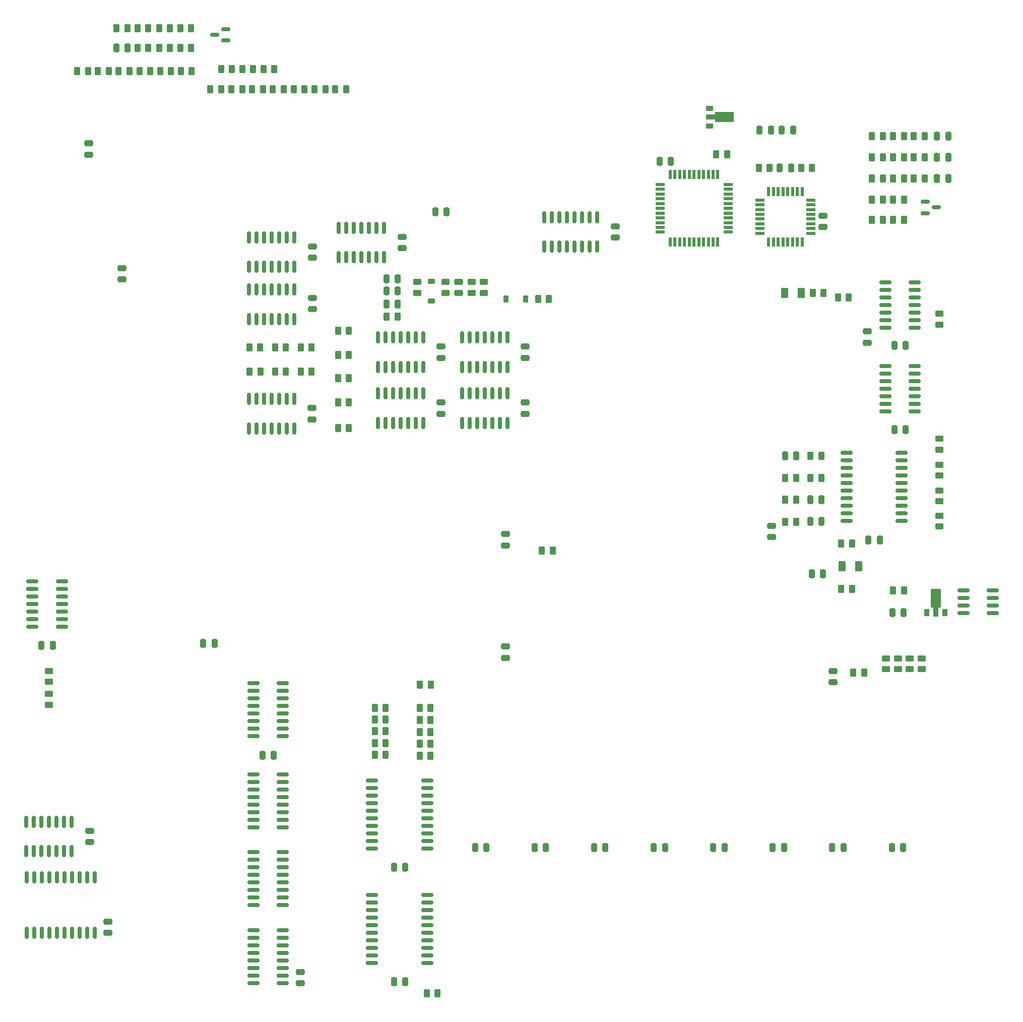
<source format=gbr>
%TF.GenerationSoftware,KiCad,Pcbnew,7.0.1*%
%TF.CreationDate,2023-05-06T23:27:47+01:00*%
%TF.ProjectId,CPC464-2MINIITX,43504334-3634-42d3-924d-494e49495458,rev?*%
%TF.SameCoordinates,Original*%
%TF.FileFunction,Paste,Top*%
%TF.FilePolarity,Positive*%
%FSLAX46Y46*%
G04 Gerber Fmt 4.6, Leading zero omitted, Abs format (unit mm)*
G04 Created by KiCad (PCBNEW 7.0.1) date 2023-05-06 23:27:47*
%MOMM*%
%LPD*%
G01*
G04 APERTURE LIST*
G04 Aperture macros list*
%AMRoundRect*
0 Rectangle with rounded corners*
0 $1 Rounding radius*
0 $2 $3 $4 $5 $6 $7 $8 $9 X,Y pos of 4 corners*
0 Add a 4 corners polygon primitive as box body*
4,1,4,$2,$3,$4,$5,$6,$7,$8,$9,$2,$3,0*
0 Add four circle primitives for the rounded corners*
1,1,$1+$1,$2,$3*
1,1,$1+$1,$4,$5*
1,1,$1+$1,$6,$7*
1,1,$1+$1,$8,$9*
0 Add four rect primitives between the rounded corners*
20,1,$1+$1,$2,$3,$4,$5,0*
20,1,$1+$1,$4,$5,$6,$7,0*
20,1,$1+$1,$6,$7,$8,$9,0*
20,1,$1+$1,$8,$9,$2,$3,0*%
%AMFreePoly0*
4,1,9,3.862500,-0.866500,0.737500,-0.866500,0.737500,-0.450000,-0.737500,-0.450000,-0.737500,0.450000,0.737500,0.450000,0.737500,0.866500,3.862500,0.866500,3.862500,-0.866500,3.862500,-0.866500,$1*%
G04 Aperture macros list end*
%ADD10R,1.600000X0.550000*%
%ADD11R,0.550000X1.600000*%
%ADD12RoundRect,0.250000X-0.262500X-0.450000X0.262500X-0.450000X0.262500X0.450000X-0.262500X0.450000X0*%
%ADD13RoundRect,0.250000X0.475000X-0.250000X0.475000X0.250000X-0.475000X0.250000X-0.475000X-0.250000X0*%
%ADD14RoundRect,0.150000X0.150000X-0.825000X0.150000X0.825000X-0.150000X0.825000X-0.150000X-0.825000X0*%
%ADD15RoundRect,0.250000X-0.450000X0.262500X-0.450000X-0.262500X0.450000X-0.262500X0.450000X0.262500X0*%
%ADD16RoundRect,0.150000X-0.875000X-0.150000X0.875000X-0.150000X0.875000X0.150000X-0.875000X0.150000X0*%
%ADD17RoundRect,0.250000X0.262500X0.450000X-0.262500X0.450000X-0.262500X-0.450000X0.262500X-0.450000X0*%
%ADD18RoundRect,0.250000X0.250000X0.475000X-0.250000X0.475000X-0.250000X-0.475000X0.250000X-0.475000X0*%
%ADD19RoundRect,0.250000X-0.250000X-0.475000X0.250000X-0.475000X0.250000X0.475000X-0.250000X0.475000X0*%
%ADD20RoundRect,0.150000X-0.825000X-0.150000X0.825000X-0.150000X0.825000X0.150000X-0.825000X0.150000X0*%
%ADD21RoundRect,0.250000X-0.475000X0.250000X-0.475000X-0.250000X0.475000X-0.250000X0.475000X0.250000X0*%
%ADD22RoundRect,0.150000X0.587500X0.150000X-0.587500X0.150000X-0.587500X-0.150000X0.587500X-0.150000X0*%
%ADD23RoundRect,0.250000X0.375000X0.625000X-0.375000X0.625000X-0.375000X-0.625000X0.375000X-0.625000X0*%
%ADD24RoundRect,0.225000X-0.225000X-0.375000X0.225000X-0.375000X0.225000X0.375000X-0.225000X0.375000X0*%
%ADD25RoundRect,0.250000X0.450000X-0.262500X0.450000X0.262500X-0.450000X0.262500X-0.450000X-0.262500X0*%
%ADD26R,0.900000X1.300000*%
%ADD27FreePoly0,90.000000*%
%ADD28RoundRect,0.250000X-0.375000X-0.625000X0.375000X-0.625000X0.375000X0.625000X-0.375000X0.625000X0*%
%ADD29RoundRect,0.150000X-0.587500X-0.150000X0.587500X-0.150000X0.587500X0.150000X-0.587500X0.150000X0*%
%ADD30R,0.550000X1.500000*%
%ADD31R,1.500000X0.550000*%
%ADD32RoundRect,0.150000X0.150000X-0.875000X0.150000X0.875000X-0.150000X0.875000X-0.150000X-0.875000X0*%
%ADD33RoundRect,0.225000X0.375000X-0.225000X0.375000X0.225000X-0.375000X0.225000X-0.375000X-0.225000X0*%
%ADD34R,1.300000X0.900000*%
%ADD35FreePoly0,0.000000*%
G04 APERTURE END LIST*
D10*
%TO.C,IC800*%
X155650000Y-61300000D03*
X155650000Y-62100000D03*
X155650000Y-62900000D03*
X155650000Y-63700000D03*
X155650000Y-64500000D03*
X155650000Y-65300000D03*
X155650000Y-66100000D03*
X155650000Y-66900000D03*
D11*
X157100000Y-68350000D03*
X157900000Y-68350000D03*
X158700000Y-68350000D03*
X159500000Y-68350000D03*
X160300000Y-68350000D03*
X161100000Y-68350000D03*
X161900000Y-68350000D03*
X162700000Y-68350000D03*
D10*
X164150000Y-66900000D03*
X164150000Y-66100000D03*
X164150000Y-65300000D03*
X164150000Y-64500000D03*
X164150000Y-63700000D03*
X164150000Y-62900000D03*
X164150000Y-62100000D03*
X164150000Y-61300000D03*
D11*
X162700000Y-59850000D03*
X161900000Y-59850000D03*
X161100000Y-59850000D03*
X160300000Y-59850000D03*
X159500000Y-59850000D03*
X158700000Y-59850000D03*
X157900000Y-59850000D03*
X157100000Y-59850000D03*
%TD*%
D12*
%TO.C,R126*%
X174451700Y-54144800D03*
X176276700Y-54144800D03*
%TD*%
%TO.C,R120*%
X84255600Y-42729000D03*
X86080600Y-42729000D03*
%TD*%
%TO.C,R114*%
X65096500Y-39300000D03*
X66921500Y-39300000D03*
%TD*%
%TO.C,R314*%
X54662500Y-32450000D03*
X56487500Y-32450000D03*
%TD*%
D13*
%TO.C,C409*%
X102072600Y-97200000D03*
X102072600Y-95300000D03*
%TD*%
D14*
%TO.C,IC110*%
X69740000Y-72525000D03*
X71010000Y-72525000D03*
X72280000Y-72525000D03*
X73550000Y-72525000D03*
X74820000Y-72525000D03*
X76090000Y-72525000D03*
X77360000Y-72525000D03*
X77360000Y-67575000D03*
X76090000Y-67575000D03*
X74820000Y-67575000D03*
X73550000Y-67575000D03*
X72280000Y-67575000D03*
X71010000Y-67575000D03*
X69740000Y-67575000D03*
%TD*%
D12*
%TO.C,R317*%
X47514000Y-32450000D03*
X49339000Y-32450000D03*
%TD*%
%TO.C,R457*%
X164087500Y-107950000D03*
X165912500Y-107950000D03*
%TD*%
D15*
%TO.C,R402*%
X185729500Y-114300000D03*
X185729500Y-116125000D03*
%TD*%
D16*
%TO.C,IC403*%
X170150000Y-103790000D03*
X170150000Y-105060000D03*
X170150000Y-106330000D03*
X170150000Y-107600000D03*
X170150000Y-108870000D03*
X170150000Y-110140000D03*
X170150000Y-111410000D03*
X170150000Y-112680000D03*
X170150000Y-113950000D03*
X170150000Y-115220000D03*
X179450000Y-115220000D03*
X179450000Y-113950000D03*
X179450000Y-112680000D03*
X179450000Y-111410000D03*
X179450000Y-110140000D03*
X179450000Y-108870000D03*
X179450000Y-107600000D03*
X179450000Y-106330000D03*
X179450000Y-105060000D03*
X179450000Y-103790000D03*
%TD*%
D12*
%TO.C,R134*%
X178007700Y-64635000D03*
X179832700Y-64635000D03*
%TD*%
D17*
%TO.C,R156*%
X120800000Y-120200000D03*
X118975000Y-120200000D03*
%TD*%
D16*
%TO.C,IC114*%
X90450000Y-177985000D03*
X90450000Y-179255000D03*
X90450000Y-180525000D03*
X90450000Y-181795000D03*
X90450000Y-183065000D03*
X90450000Y-184335000D03*
X90450000Y-185605000D03*
X90450000Y-186875000D03*
X90450000Y-188145000D03*
X90450000Y-189415000D03*
X99750000Y-189415000D03*
X99750000Y-188145000D03*
X99750000Y-186875000D03*
X99750000Y-185605000D03*
X99750000Y-184335000D03*
X99750000Y-183065000D03*
X99750000Y-181795000D03*
X99750000Y-180525000D03*
X99750000Y-179255000D03*
X99750000Y-177985000D03*
%TD*%
D12*
%TO.C,R119*%
X80775800Y-42729000D03*
X82600800Y-42729000D03*
%TD*%
D18*
%TO.C,C703*%
X129670000Y-170051800D03*
X127770000Y-170051800D03*
%TD*%
D12*
%TO.C,R316*%
X51050000Y-32450000D03*
X52875000Y-32450000D03*
%TD*%
D15*
%TO.C,R1071*%
X178800000Y-138287500D03*
X178800000Y-140112500D03*
%TD*%
D13*
%TO.C,C125*%
X131317600Y-67600000D03*
X131317600Y-65700000D03*
%TD*%
D19*
%TO.C,C1070*%
X177860200Y-130609400D03*
X179760200Y-130609400D03*
%TD*%
D18*
%TO.C,C132*%
X94775400Y-74500000D03*
X92875400Y-74500000D03*
%TD*%
D17*
%TO.C,R158*%
X92737500Y-150518800D03*
X90912500Y-150518800D03*
%TD*%
D12*
%TO.C,R161*%
X98462500Y-154600000D03*
X100287500Y-154600000D03*
%TD*%
%TO.C,R136*%
X174451700Y-64635000D03*
X176276700Y-64635000D03*
%TD*%
D17*
%TO.C,R416*%
X86562500Y-91236800D03*
X84737500Y-91236800D03*
%TD*%
D20*
%TO.C,IC105*%
X70500000Y-142415000D03*
X70500000Y-143685000D03*
X70500000Y-144955000D03*
X70500000Y-146225000D03*
X70500000Y-147495000D03*
X70500000Y-148765000D03*
X70500000Y-150035000D03*
X70500000Y-151305000D03*
X75450000Y-151305000D03*
X75450000Y-150035000D03*
X75450000Y-148765000D03*
X75450000Y-147495000D03*
X75450000Y-146225000D03*
X75450000Y-144955000D03*
X75450000Y-143685000D03*
X75450000Y-142415000D03*
%TD*%
D18*
%TO.C,C706*%
X159670000Y-170051800D03*
X157770000Y-170051800D03*
%TD*%
D21*
%TO.C,C406*%
X80341800Y-96225000D03*
X80341800Y-98125000D03*
%TD*%
D22*
%TO.C,Q350*%
X65900000Y-34500000D03*
X65900000Y-32600000D03*
X64025000Y-33550000D03*
%TD*%
D12*
%TO.C,R127*%
X178007700Y-50563400D03*
X179832700Y-50563400D03*
%TD*%
D23*
%TO.C,D900*%
X162550000Y-76950000D03*
X159750000Y-76950000D03*
%TD*%
D24*
%TO.C,D401*%
X112991300Y-77950800D03*
X116291300Y-77950800D03*
%TD*%
D14*
%TO.C,IC125*%
X84850000Y-70900000D03*
X86120000Y-70900000D03*
X87390000Y-70900000D03*
X88660000Y-70900000D03*
X89930000Y-70900000D03*
X91200000Y-70900000D03*
X92470000Y-70900000D03*
X92470000Y-65950000D03*
X91200000Y-65950000D03*
X89930000Y-65950000D03*
X88660000Y-65950000D03*
X87390000Y-65950000D03*
X86120000Y-65950000D03*
X84850000Y-65950000D03*
%TD*%
D19*
%TO.C,C135*%
X185361600Y-57675400D03*
X187261600Y-57675400D03*
%TD*%
D17*
%TO.C,R112*%
X80312500Y-90100000D03*
X78487500Y-90100000D03*
%TD*%
D20*
%TO.C,IC104*%
X70500000Y-183960000D03*
X70500000Y-185230000D03*
X70500000Y-186500000D03*
X70500000Y-187770000D03*
X70500000Y-189040000D03*
X70500000Y-190310000D03*
X70500000Y-191580000D03*
X70500000Y-192850000D03*
X75450000Y-192850000D03*
X75450000Y-191580000D03*
X75450000Y-190310000D03*
X75450000Y-189040000D03*
X75450000Y-187770000D03*
X75450000Y-186500000D03*
X75450000Y-185230000D03*
X75450000Y-183960000D03*
%TD*%
D19*
%TO.C,C802*%
X158950000Y-55950000D03*
X160850000Y-55950000D03*
%TD*%
D13*
%TO.C,C407*%
X116181800Y-97200000D03*
X116181800Y-95300000D03*
%TD*%
D18*
%TO.C,C115*%
X96050000Y-192570000D03*
X94150000Y-192570000D03*
%TD*%
D20*
%TO.C,IC1070*%
X189803000Y-126873000D03*
X189803000Y-128143000D03*
X189803000Y-129413000D03*
X189803000Y-130683000D03*
X194753000Y-130683000D03*
X194753000Y-129413000D03*
X194753000Y-128143000D03*
X194753000Y-126873000D03*
%TD*%
D18*
%TO.C,C801*%
X161196000Y-49528000D03*
X159296000Y-49528000D03*
%TD*%
D14*
%TO.C,IC901*%
X32340000Y-170675000D03*
X33610000Y-170675000D03*
X34880000Y-170675000D03*
X36150000Y-170675000D03*
X37420000Y-170675000D03*
X38690000Y-170675000D03*
X39960000Y-170675000D03*
X39960000Y-165725000D03*
X38690000Y-165725000D03*
X37420000Y-165725000D03*
X36150000Y-165725000D03*
X34880000Y-165725000D03*
X33610000Y-165725000D03*
X32340000Y-165725000D03*
%TD*%
D21*
%TO.C,C118*%
X46064000Y-182461000D03*
X46064000Y-184361000D03*
%TD*%
D16*
%TO.C,IC115*%
X90450000Y-158785000D03*
X90450000Y-160055000D03*
X90450000Y-161325000D03*
X90450000Y-162595000D03*
X90450000Y-163865000D03*
X90450000Y-165135000D03*
X90450000Y-166405000D03*
X90450000Y-167675000D03*
X90450000Y-168945000D03*
X90450000Y-170215000D03*
X99750000Y-170215000D03*
X99750000Y-168945000D03*
X99750000Y-167675000D03*
X99750000Y-166405000D03*
X99750000Y-165135000D03*
X99750000Y-163865000D03*
X99750000Y-162595000D03*
X99750000Y-161325000D03*
X99750000Y-160055000D03*
X99750000Y-158785000D03*
%TD*%
D20*
%TO.C,IC113*%
X70500000Y-170840000D03*
X70500000Y-172110000D03*
X70500000Y-173380000D03*
X70500000Y-174650000D03*
X70500000Y-175920000D03*
X70500000Y-177190000D03*
X70500000Y-178460000D03*
X70500000Y-179730000D03*
X75450000Y-179730000D03*
X75450000Y-178460000D03*
X75450000Y-177190000D03*
X75450000Y-175920000D03*
X75450000Y-174650000D03*
X75450000Y-173380000D03*
X75450000Y-172110000D03*
X75450000Y-170840000D03*
%TD*%
D12*
%TO.C,R160*%
X99637500Y-194550000D03*
X101462500Y-194550000D03*
%TD*%
D25*
%TO.C,R404*%
X185729500Y-107590600D03*
X185729500Y-105765600D03*
%TD*%
D19*
%TO.C,C317*%
X47476500Y-35770000D03*
X49376500Y-35770000D03*
%TD*%
D25*
%TO.C,R1070*%
X176818800Y-140112500D03*
X176818800Y-138287500D03*
%TD*%
D18*
%TO.C,C705*%
X149670000Y-170051800D03*
X147770000Y-170051800D03*
%TD*%
D13*
%TO.C,C404*%
X157605000Y-117915000D03*
X157605000Y-116015000D03*
%TD*%
D12*
%TO.C,R116*%
X72217900Y-39300000D03*
X74042900Y-39300000D03*
%TD*%
D25*
%TO.C,R101*%
X98040400Y-76887100D03*
X98040400Y-75062100D03*
%TD*%
D13*
%TO.C,C113*%
X80433400Y-70989800D03*
X80433400Y-69089800D03*
%TD*%
D12*
%TO.C,R155*%
X78487500Y-86050000D03*
X80312500Y-86050000D03*
%TD*%
%TO.C,R122*%
X66805800Y-42729000D03*
X68630800Y-42729000D03*
%TD*%
D17*
%TO.C,R313*%
X60075000Y-35740000D03*
X58250000Y-35740000D03*
%TD*%
D20*
%TO.C,IC109*%
X70500000Y-157740000D03*
X70500000Y-159010000D03*
X70500000Y-160280000D03*
X70500000Y-161550000D03*
X70500000Y-162820000D03*
X70500000Y-164090000D03*
X70500000Y-165360000D03*
X70500000Y-166630000D03*
X75450000Y-166630000D03*
X75450000Y-165360000D03*
X75450000Y-164090000D03*
X75450000Y-162820000D03*
X75450000Y-161550000D03*
X75450000Y-160280000D03*
X75450000Y-159010000D03*
X75450000Y-157740000D03*
%TD*%
D17*
%TO.C,R310*%
X56487500Y-35740000D03*
X54662500Y-35740000D03*
%TD*%
D12*
%TO.C,R453*%
X177987500Y-126900000D03*
X179812500Y-126900000D03*
%TD*%
%TO.C,R805*%
X162537500Y-55950000D03*
X164362500Y-55950000D03*
%TD*%
%TO.C,R110*%
X69887500Y-90100000D03*
X71712500Y-90100000D03*
%TD*%
D15*
%TO.C,R452*%
X185729500Y-110083600D03*
X185729500Y-111908600D03*
%TD*%
D19*
%TO.C,C413*%
X178232800Y-99842400D03*
X180132800Y-99842400D03*
%TD*%
D12*
%TO.C,R130*%
X181487500Y-54144800D03*
X183312500Y-54144800D03*
%TD*%
%TO.C,R125*%
X174451700Y-50563400D03*
X176276700Y-50563400D03*
%TD*%
D19*
%TO.C,C134*%
X185361600Y-54170200D03*
X187261600Y-54170200D03*
%TD*%
D17*
%TO.C,R105*%
X53185700Y-39624000D03*
X51360700Y-39624000D03*
%TD*%
D18*
%TO.C,C456*%
X166245000Y-124100000D03*
X164345000Y-124100000D03*
%TD*%
D12*
%TO.C,R150*%
X90912500Y-154468800D03*
X92737500Y-154468800D03*
%TD*%
%TO.C,R411*%
X84737500Y-99562500D03*
X86562500Y-99562500D03*
%TD*%
%TO.C,R406*%
X118337500Y-77950000D03*
X120162500Y-77950000D03*
%TD*%
D21*
%TO.C,C403*%
X173650000Y-83350000D03*
X173650000Y-85250000D03*
%TD*%
D13*
%TO.C,C116*%
X167920000Y-142300000D03*
X167920000Y-140400000D03*
%TD*%
D18*
%TO.C,C130*%
X94775400Y-78741800D03*
X92875400Y-78741800D03*
%TD*%
D12*
%TO.C,R147*%
X90912500Y-146568800D03*
X92737500Y-146568800D03*
%TD*%
D15*
%TO.C,R145*%
X107159000Y-75060200D03*
X107159000Y-76885200D03*
%TD*%
D17*
%TO.C,R157*%
X100312500Y-142731200D03*
X98487500Y-142731200D03*
%TD*%
D21*
%TO.C,C104*%
X95518000Y-67475000D03*
X95518000Y-69375000D03*
%TD*%
D12*
%TO.C,R115*%
X68661900Y-39300000D03*
X70486900Y-39300000D03*
%TD*%
D15*
%TO.C,R111*%
X102815600Y-75062100D03*
X102815600Y-76887100D03*
%TD*%
D26*
%TO.C,Q1070*%
X183678000Y-130578000D03*
D27*
X185178000Y-130490500D03*
D26*
X186678000Y-130578000D03*
%TD*%
D14*
%TO.C,IC407*%
X69750000Y-99650000D03*
X71020000Y-99650000D03*
X72290000Y-99650000D03*
X73560000Y-99650000D03*
X74830000Y-99650000D03*
X76100000Y-99650000D03*
X77370000Y-99650000D03*
X77370000Y-94700000D03*
X76100000Y-94700000D03*
X74830000Y-94700000D03*
X73560000Y-94700000D03*
X72290000Y-94700000D03*
X71020000Y-94700000D03*
X69750000Y-94700000D03*
%TD*%
D17*
%TO.C,R106*%
X49705900Y-39624000D03*
X47880900Y-39624000D03*
%TD*%
D18*
%TO.C,C117*%
X36810200Y-136058800D03*
X34910200Y-136058800D03*
%TD*%
D21*
%TO.C,C127*%
X78375000Y-190935000D03*
X78375000Y-192835000D03*
%TD*%
%TO.C,C410*%
X102072600Y-85900000D03*
X102072600Y-87800000D03*
%TD*%
D28*
%TO.C,D450*%
X169402400Y-122783600D03*
X172202400Y-122783600D03*
%TD*%
D12*
%TO.C,R417*%
X84737500Y-87312500D03*
X86562500Y-87312500D03*
%TD*%
D19*
%TO.C,C126*%
X72025000Y-154510000D03*
X73925000Y-154510000D03*
%TD*%
D12*
%TO.C,R146*%
X90912500Y-148550000D03*
X92737500Y-148550000D03*
%TD*%
%TO.C,R418*%
X84737500Y-95250000D03*
X86562500Y-95250000D03*
%TD*%
D21*
%TO.C,C411*%
X116181800Y-85900000D03*
X116181800Y-87800000D03*
%TD*%
D29*
%TO.C,Q102*%
X183412500Y-61600000D03*
X183412500Y-63500000D03*
X185287500Y-62550000D03*
%TD*%
D14*
%TO.C,IC412*%
X91430000Y-89325000D03*
X92700000Y-89325000D03*
X93970000Y-89325000D03*
X95240000Y-89325000D03*
X96510000Y-89325000D03*
X97780000Y-89325000D03*
X99050000Y-89325000D03*
X99050000Y-84375000D03*
X97780000Y-84375000D03*
X96510000Y-84375000D03*
X95240000Y-84375000D03*
X93970000Y-84375000D03*
X92700000Y-84375000D03*
X91430000Y-84375000D03*
%TD*%
D20*
%TO.C,IC112*%
X33375000Y-125340000D03*
X33375000Y-126610000D03*
X33375000Y-127880000D03*
X33375000Y-129150000D03*
X33375000Y-130420000D03*
X33375000Y-131690000D03*
X33375000Y-132960000D03*
X38325000Y-132960000D03*
X38325000Y-131690000D03*
X38325000Y-130420000D03*
X38325000Y-129150000D03*
X38325000Y-127880000D03*
X38325000Y-126610000D03*
X38325000Y-125340000D03*
%TD*%
D12*
%TO.C,R123*%
X70311000Y-42729000D03*
X72136000Y-42729000D03*
%TD*%
%TO.C,R117*%
X73790800Y-42729000D03*
X75615800Y-42729000D03*
%TD*%
D30*
%TO.C,IC803*%
X140550000Y-57000000D03*
X141350000Y-57000000D03*
X142150000Y-57000000D03*
X142950000Y-57000000D03*
X143750000Y-57000000D03*
X144550000Y-57000000D03*
X145350000Y-57000000D03*
X146150000Y-57000000D03*
X146950000Y-57000000D03*
X147750000Y-57000000D03*
X148550000Y-57000000D03*
D31*
X150250000Y-58700000D03*
X150250000Y-59500000D03*
X150250000Y-60300000D03*
X150250000Y-61100000D03*
X150250000Y-61900000D03*
X150250000Y-62700000D03*
X150250000Y-63500000D03*
X150250000Y-64300000D03*
X150250000Y-65100000D03*
X150250000Y-65900000D03*
X150250000Y-66700000D03*
D30*
X148550000Y-68400000D03*
X147750000Y-68400000D03*
X146950000Y-68400000D03*
X146150000Y-68400000D03*
X145350000Y-68400000D03*
X144550000Y-68400000D03*
X143750000Y-68400000D03*
X142950000Y-68400000D03*
X142150000Y-68400000D03*
X141350000Y-68400000D03*
X140550000Y-68400000D03*
D31*
X138850000Y-66700000D03*
X138850000Y-65900000D03*
X138850000Y-65100000D03*
X138850000Y-64300000D03*
X138850000Y-63500000D03*
X138850000Y-62700000D03*
X138850000Y-61900000D03*
X138850000Y-61100000D03*
X138850000Y-60300000D03*
X138850000Y-59500000D03*
X138850000Y-58700000D03*
%TD*%
D18*
%TO.C,C702*%
X119670000Y-170051800D03*
X117770000Y-170051800D03*
%TD*%
D12*
%TO.C,R121*%
X63275200Y-42729000D03*
X65100200Y-42729000D03*
%TD*%
D19*
%TO.C,C455*%
X164050000Y-111600000D03*
X165950000Y-111600000D03*
%TD*%
D12*
%TO.C,R109*%
X69837500Y-86037500D03*
X71662500Y-86037500D03*
%TD*%
D18*
%TO.C,C454*%
X165950000Y-115250000D03*
X164050000Y-115250000D03*
%TD*%
D19*
%TO.C,C800*%
X155552000Y-49528000D03*
X157452000Y-49528000D03*
%TD*%
D12*
%TO.C,R454*%
X159900000Y-115312500D03*
X161725000Y-115312500D03*
%TD*%
D21*
%TO.C,C137*%
X42890000Y-51775000D03*
X42890000Y-53675000D03*
%TD*%
D12*
%TO.C,R151*%
X90912500Y-152487600D03*
X92737500Y-152487600D03*
%TD*%
D19*
%TO.C,C133*%
X185361600Y-50588800D03*
X187261600Y-50588800D03*
%TD*%
D18*
%TO.C,C701*%
X109670000Y-170051800D03*
X107770000Y-170051800D03*
%TD*%
%TO.C,C131*%
X94775400Y-76608200D03*
X92875400Y-76608200D03*
%TD*%
D12*
%TO.C,R455*%
X159900000Y-111625000D03*
X161725000Y-111625000D03*
%TD*%
D18*
%TO.C,C704*%
X139670000Y-170051800D03*
X137770000Y-170051800D03*
%TD*%
D21*
%TO.C,C102*%
X105000000Y-75050000D03*
X105000000Y-76950000D03*
%TD*%
D19*
%TO.C,C414*%
X173850000Y-118420400D03*
X175750000Y-118420400D03*
%TD*%
D32*
%TO.C,IC900*%
X32475000Y-184375000D03*
X33745000Y-184375000D03*
X35015000Y-184375000D03*
X36285000Y-184375000D03*
X37555000Y-184375000D03*
X38825000Y-184375000D03*
X40095000Y-184375000D03*
X41365000Y-184375000D03*
X42635000Y-184375000D03*
X43905000Y-184375000D03*
X43905000Y-175075000D03*
X42635000Y-175075000D03*
X41365000Y-175075000D03*
X40095000Y-175075000D03*
X38825000Y-175075000D03*
X37555000Y-175075000D03*
X36285000Y-175075000D03*
X35015000Y-175075000D03*
X33745000Y-175075000D03*
X32475000Y-175075000D03*
%TD*%
D12*
%TO.C,R153*%
X98450000Y-150618800D03*
X100275000Y-150618800D03*
%TD*%
D19*
%TO.C,C807*%
X138774000Y-54826000D03*
X140674000Y-54826000D03*
%TD*%
D33*
%TO.C,D101*%
X100428000Y-78294600D03*
X100428000Y-74994600D03*
%TD*%
D18*
%TO.C,C707*%
X169670000Y-170051800D03*
X167770000Y-170051800D03*
%TD*%
D12*
%TO.C,R412*%
X84737500Y-83299300D03*
X86562500Y-83299300D03*
%TD*%
D17*
%TO.C,R900*%
X166312500Y-76950000D03*
X164487500Y-76950000D03*
%TD*%
D21*
%TO.C,C120*%
X48440000Y-72720000D03*
X48440000Y-74620000D03*
%TD*%
D12*
%TO.C,R135*%
X178007700Y-61231400D03*
X179832700Y-61231400D03*
%TD*%
%TO.C,R144*%
X74137500Y-90100000D03*
X75962500Y-90100000D03*
%TD*%
%TO.C,R456*%
X159900000Y-107975000D03*
X161725000Y-107975000D03*
%TD*%
%TO.C,R137*%
X174451700Y-61231400D03*
X176276700Y-61231400D03*
%TD*%
%TO.C,R133*%
X181487500Y-57650000D03*
X183312500Y-57650000D03*
%TD*%
D14*
%TO.C,IC411*%
X105590000Y-98725000D03*
X106860000Y-98725000D03*
X108130000Y-98725000D03*
X109400000Y-98725000D03*
X110670000Y-98725000D03*
X111940000Y-98725000D03*
X113210000Y-98725000D03*
X113210000Y-93775000D03*
X111940000Y-93775000D03*
X110670000Y-93775000D03*
X109400000Y-93775000D03*
X108130000Y-93775000D03*
X106860000Y-93775000D03*
X105590000Y-93775000D03*
%TD*%
D15*
%TO.C,R124*%
X36150000Y-144227500D03*
X36150000Y-146052500D03*
%TD*%
D14*
%TO.C,IC410*%
X91430000Y-98725000D03*
X92700000Y-98725000D03*
X93970000Y-98725000D03*
X95240000Y-98725000D03*
X96510000Y-98725000D03*
X97780000Y-98725000D03*
X99050000Y-98725000D03*
X99050000Y-93775000D03*
X97780000Y-93775000D03*
X96510000Y-93775000D03*
X95240000Y-93775000D03*
X93970000Y-93775000D03*
X92700000Y-93775000D03*
X91430000Y-93775000D03*
%TD*%
D17*
%TO.C,R107*%
X46228000Y-39624000D03*
X44403000Y-39624000D03*
%TD*%
D18*
%TO.C,C121*%
X103000000Y-63300000D03*
X101100000Y-63300000D03*
%TD*%
D12*
%TO.C,R149*%
X98450000Y-146631000D03*
X100275000Y-146631000D03*
%TD*%
D19*
%TO.C,C412*%
X178232800Y-85745400D03*
X180132800Y-85745400D03*
%TD*%
D25*
%TO.C,R102*%
X109267200Y-76887100D03*
X109267200Y-75062100D03*
%TD*%
%TO.C,R1073*%
X182762400Y-140112500D03*
X182762400Y-138287500D03*
%TD*%
D12*
%TO.C,R901*%
X164087500Y-104237500D03*
X165912500Y-104237500D03*
%TD*%
D17*
%TO.C,R414*%
X170542500Y-77700000D03*
X168717500Y-77700000D03*
%TD*%
%TO.C,R104*%
X56667400Y-39624000D03*
X54842400Y-39624000D03*
%TD*%
D12*
%TO.C,R118*%
X77270600Y-42729000D03*
X79095600Y-42729000D03*
%TD*%
D15*
%TO.C,R1072*%
X180781200Y-138287500D03*
X180781200Y-140112500D03*
%TD*%
D12*
%TO.C,R808*%
X148287500Y-53650000D03*
X150112500Y-53650000D03*
%TD*%
D21*
%TO.C,C408*%
X80468800Y-77725000D03*
X80468800Y-79625000D03*
%TD*%
%TO.C,C806*%
X166250000Y-63950000D03*
X166250000Y-65850000D03*
%TD*%
D20*
%TO.C,IC406*%
X176707800Y-75102800D03*
X176707800Y-76372800D03*
X176707800Y-77642800D03*
X176707800Y-78912800D03*
X176707800Y-80182800D03*
X176707800Y-81452800D03*
X176707800Y-82722800D03*
X181657800Y-82722800D03*
X181657800Y-81452800D03*
X181657800Y-80182800D03*
X181657800Y-78912800D03*
X181657800Y-77642800D03*
X181657800Y-76372800D03*
X181657800Y-75102800D03*
%TD*%
D12*
%TO.C,R141*%
X74137500Y-86037500D03*
X75962500Y-86037500D03*
%TD*%
D25*
%TO.C,R142*%
X36200000Y-142212500D03*
X36200000Y-140387500D03*
%TD*%
D14*
%TO.C,IC101*%
X119405000Y-69125000D03*
X120675000Y-69125000D03*
X121945000Y-69125000D03*
X123215000Y-69125000D03*
X124485000Y-69125000D03*
X125755000Y-69125000D03*
X127025000Y-69125000D03*
X128295000Y-69125000D03*
X128295000Y-64175000D03*
X127025000Y-64175000D03*
X125755000Y-64175000D03*
X124485000Y-64175000D03*
X123215000Y-64175000D03*
X121945000Y-64175000D03*
X120675000Y-64175000D03*
X119405000Y-64175000D03*
%TD*%
D12*
%TO.C,R148*%
X98450000Y-148637600D03*
X100275000Y-148637600D03*
%TD*%
%TO.C,R140*%
X171325000Y-140700000D03*
X173150000Y-140700000D03*
%TD*%
D20*
%TO.C,IC408*%
X176707800Y-89199800D03*
X176707800Y-90469800D03*
X176707800Y-91739800D03*
X176707800Y-93009800D03*
X176707800Y-94279800D03*
X176707800Y-95549800D03*
X176707800Y-96819800D03*
X181657800Y-96819800D03*
X181657800Y-95549800D03*
X181657800Y-94279800D03*
X181657800Y-93009800D03*
X181657800Y-91739800D03*
X181657800Y-90469800D03*
X181657800Y-89199800D03*
%TD*%
D13*
%TO.C,C122*%
X42982600Y-169150000D03*
X42982600Y-167250000D03*
%TD*%
D18*
%TO.C,C708*%
X179670000Y-170051800D03*
X177770000Y-170051800D03*
%TD*%
%TO.C,C453*%
X161762500Y-104275000D03*
X159862500Y-104275000D03*
%TD*%
D12*
%TO.C,R131*%
X174451700Y-57650000D03*
X176276700Y-57650000D03*
%TD*%
%TO.C,R459*%
X169289900Y-126633600D03*
X171114900Y-126633600D03*
%TD*%
D17*
%TO.C,R103*%
X60147200Y-39624000D03*
X58322200Y-39624000D03*
%TD*%
D18*
%TO.C,C114*%
X96050000Y-173350000D03*
X94150000Y-173350000D03*
%TD*%
D34*
%TO.C,Q800*%
X147200000Y-45900000D03*
D35*
X147287500Y-47400000D03*
D34*
X147200000Y-48900000D03*
%TD*%
D18*
%TO.C,C124*%
X63990000Y-135720000D03*
X62090000Y-135720000D03*
%TD*%
D14*
%TO.C,IC405*%
X105590000Y-89325000D03*
X106860000Y-89325000D03*
X108130000Y-89325000D03*
X109400000Y-89325000D03*
X110670000Y-89325000D03*
X111940000Y-89325000D03*
X113210000Y-89325000D03*
X113210000Y-84375000D03*
X111940000Y-84375000D03*
X110670000Y-84375000D03*
X109400000Y-84375000D03*
X108130000Y-84375000D03*
X106860000Y-84375000D03*
X105590000Y-84375000D03*
%TD*%
D17*
%TO.C,R143*%
X94712500Y-80850000D03*
X92887500Y-80850000D03*
%TD*%
D12*
%TO.C,R315*%
X51050000Y-35740000D03*
X52875000Y-35740000D03*
%TD*%
D14*
%TO.C,IC409*%
X69750000Y-81275000D03*
X71020000Y-81275000D03*
X72290000Y-81275000D03*
X73560000Y-81275000D03*
X74830000Y-81275000D03*
X76100000Y-81275000D03*
X77370000Y-81275000D03*
X77370000Y-76325000D03*
X76100000Y-76325000D03*
X74830000Y-76325000D03*
X73560000Y-76325000D03*
X72290000Y-76325000D03*
X71020000Y-76325000D03*
X69750000Y-76325000D03*
%TD*%
D12*
%TO.C,R458*%
X169289900Y-118983600D03*
X171114900Y-118983600D03*
%TD*%
D25*
%TO.C,R403*%
X185729500Y-82216000D03*
X185729500Y-80391000D03*
%TD*%
D15*
%TO.C,R405*%
X185729500Y-101396800D03*
X185729500Y-103221800D03*
%TD*%
D12*
%TO.C,R318*%
X58250000Y-32450000D03*
X60075000Y-32450000D03*
%TD*%
D21*
%TO.C,C405*%
X112830000Y-136285000D03*
X112830000Y-138185000D03*
%TD*%
D12*
%TO.C,R804*%
X155431500Y-55950000D03*
X157256500Y-55950000D03*
%TD*%
%TO.C,R128*%
X178007700Y-54144800D03*
X179832700Y-54144800D03*
%TD*%
%TO.C,R132*%
X178007700Y-57650000D03*
X179832700Y-57650000D03*
%TD*%
%TO.C,R152*%
X98450000Y-152600000D03*
X100275000Y-152600000D03*
%TD*%
%TO.C,R129*%
X181487500Y-50563400D03*
X183312500Y-50563400D03*
%TD*%
D17*
%TO.C,R108*%
X42724700Y-39624000D03*
X40899700Y-39624000D03*
%TD*%
D21*
%TO.C,C123*%
X112850000Y-117400000D03*
X112850000Y-119300000D03*
%TD*%
M02*

</source>
